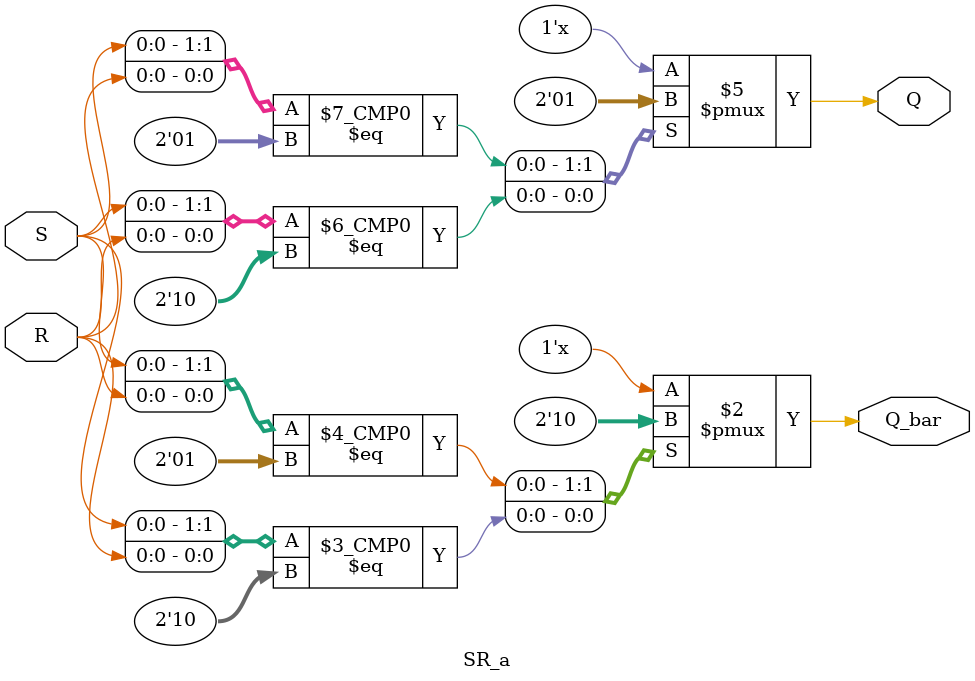
<source format=v>
module SR_a(output reg Q, output reg Q_bar, input S, input R);

    always @(S, R)
        begin
            case ({S, R})
            2'b01: begin
                    Q <= 1'b0;
                    Q_bar <= 1'b1;
                   end
            2'b10: begin
                    Q <= 1'b1;
                    Q_bar <= 1'b0;
                   end
            endcase
    end

endmodule
</source>
